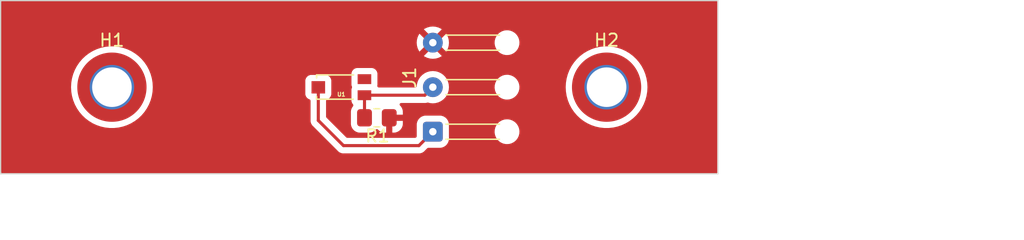
<source format=kicad_pcb>
(kicad_pcb (version 20221018) (generator pcbnew)
  (layers (0 "F.Cu" signal) (31 "B.Cu" signal) (34 "B.Paste" user) (35 "F.Paste" user) (36 "B.SilkS" user "B.Silkscreen") (37 "F.SilkS" user "F.Silkscreen") (38 "B.Mask" user) (39 "F.Mask" user) (44 "Edge.Cuts" user))
  (net 0 "")
  (net 1 "VCC")
  (net 2 "SIGNAL")
  (net 3 "GND")
  (footprint "TEMT6000:TEMT6000-SEN" (layer "F.Cu") (at 117.55 84 180)
    (fp_text reference "U1" (at -0.000003 -0.584866) (layer "F.SilkS") (effects (font (size 0.320365 0.320365) (thickness 0.080091))))
    (fp_text value "TEMT6000" hide)
    (fp_line (start 2 -0.97) (end -0.96 -0.97) (stroke (width 0.127)) (layer "F.SilkS"))
    (fp_line (start 2 -0.76) (end 2 -0.97) (stroke (width 0.127)) (layer "F.SilkS"))
    (fp_line (start 2 0.76) (end 2 0.99) (stroke (width 0.127)) (layer "F.SilkS"))
    (fp_line (start 2 0.99) (end -0.99 0.99) (stroke (width 0.127)) (layer "F.SilkS"))
    (pad "BASE" smd rect (at -1.87 0.65 180) (size 1.1 0.8) (layers "F.Cu" "F.Paste" "F.Mask"))
    (pad "COLLECTOR" smd rect (at 1.86 -0.01 180) (size 1.1 1) (layers "F.Cu" "F.Paste" "F.Mask") (net 1 "VCC"))
    (pad "EMITTER" smd rect (at -1.87 -0.65 180) (size 1.1 0.8) (layers "F.Cu" "F.Paste" "F.Mask") (net 2 "SIGNAL"))
  )
  (footprint "Resistor_SMD:R_0805_2012Metric_Pad1.20x1.40mm_HandSolder" (layer "F.Cu") (at 120.425 86.475)
    (fp_text reference "R1" (at 0.05 1.475) (layer "F.SilkS"))
    (fp_text value "R10K")
    (fp_line (start -0.227064 -0.735) (end 0.227064 -0.735) (stroke (width 0.12)) (layer "F.SilkS"))
    (fp_line (start -0.227064 0.735) (end 0.227064 0.735) (stroke (width 0.12)) (layer "F.SilkS"))
    (pad "1" smd roundrect (at -1 0) (size 1.2 1.4) (layers "F.Cu" "F.Paste" "F.Mask") (roundrect_rratio 0.2083333333) (net 2 "SIGNAL"))
    (pad "2" smd roundrect (at 1 0) (size 1.2 1.4) (layers "F.Cu" "F.Paste" "F.Mask") (roundrect_rratio 0.2083333333) (net 3 "GND"))
  )
  (footprint "MountingHole:MountingHole_3.2mm_M3_DIN965_Pad_TopOnly" (layer "F.Cu") (at 99 84)
    (fp_text reference "H1" (at 0 -3.8) (layer "F.SilkS"))
    (fp_text value "MountingHole")
    (pad "1" thru_hole circle (at 0 0) (size 3.6 3.6) (drill 3.2) (layers "*.Cu" "*.Mask"))
    (pad "1" connect circle (at 0 0) (size 5.6 5.6) (layers "F.Cu" "F.Mask"))
  )
  (footprint "Connector_Wire:SolderWire-0.1sqmm_1x03_P3.6mm_D0.4mm_OD1mm_Relief" (layer "F.Cu") (at 124.95 87.6 90)
    (fp_text reference "J1" (at 4.375 -1.875 90) (layer "F.SilkS"))
    (fp_text value "Conn_01x03_Male")
    (fp_line (start -0.61 1.06) (end -0.61 5.39) (stroke (width 0.12)) (layer "F.SilkS"))
    (fp_line (start 0.61 1.06) (end 0.61 5.39) (stroke (width 0.12)) (layer "F.SilkS"))
    (fp_line (start 2.99 1.06) (end 2.99 5.39) (stroke (width 0.12)) (layer "F.SilkS"))
    (fp_line (start 4.21 1.06) (end 4.21 5.39) (stroke (width 0.12)) (layer "F.SilkS"))
    (fp_line (start 6.59 1.06) (end 6.59 5.39) (stroke (width 0.12)) (layer "F.SilkS"))
    (fp_line (start 7.81 1.06) (end 7.81 5.39) (stroke (width 0.12)) (layer "F.SilkS"))
    (pad "" np_thru_hole circle (at 0 6 90) (size 1.5 1.5) (drill 1.5) (layers "*.Cu" "*.Mask"))
    (pad "" np_thru_hole circle (at 3.6 6 90) (size 1.5 1.5) (drill 1.5) (layers "*.Cu" "*.Mask"))
    (pad "" np_thru_hole circle (at 7.2 6 90) (size 1.5 1.5) (drill 1.5) (layers "*.Cu" "*.Mask"))
    (pad "1" thru_hole roundrect (at 0 0 90) (size 1.6 1.6) (drill 0.6) (layers "*.Cu" "*.Mask") (roundrect_rratio 0.15625) (net 1 "VCC"))
    (pad "2" thru_hole circle (at 3.6 0 90) (size 1.6 1.6) (drill 0.6) (layers "*.Cu" "*.Mask") (net 2 "SIGNAL"))
    (pad "3" thru_hole circle (at 7.2 0 90) (size 1.6 1.6) (drill 0.6) (layers "*.Cu" "*.Mask") (net 3 "GND"))
  )
  (footprint "MountingHole:MountingHole_3.2mm_M3_DIN965_Pad_TopOnly" (layer "F.Cu") (at 139 84)
    (fp_text reference "H2" (at 0 -3.8) (layer "F.SilkS"))
    (fp_text value "MountingHole")
    (pad "1" thru_hole circle (at 0 0) (size 3.6 3.6) (drill 3.2) (layers "*.Cu" "*.Mask"))
    (pad "1" connect circle (at 0 0) (size 5.6 5.6) (layers "F.Cu" "F.Mask"))
  )
  (gr_line (start 90 91) (end 90 77) (stroke (width 0.1)) (layer "Edge.Cuts"))
  (gr_line (start 148 91) (end 148 77) (stroke (width 0.1)) (layer "Edge.Cuts"))
  (gr_line (start 148 77) (end 90 77) (stroke (width 0.1)) (layer "Edge.Cuts"))
  (gr_line (start 148 91) (end 90 91) (stroke (width 0.1)) (layer "Edge.Cuts"))
  (segment (start 115.69 86.69) (end 115.69 84.01) (width 0.25) (layer "F.Cu") (net 1))
  (segment (start 117.725 88.725) (end 115.69 86.69) (width 0.25) (layer "F.Cu") (net 1))
  (segment (start 124.95 87.6) (end 123.825 88.725) (width 0.25) (layer "F.Cu") (net 1))
  (segment (start 123.825 88.725) (end 117.725 88.725) (width 0.25) (layer "F.Cu") (net 1))
  (segment (start 119.425 86.475) (end 119.425 84.655) (width 0.25) (layer "F.Cu") (net 2))
  (segment (start 119.425 84.655) (end 119.42 84.65) (width 0.25) (layer "F.Cu") (net 2))
  (segment (start 124.3 84.65) (end 119.42 84.65) (width 0.25) (layer "F.Cu") (net 2))
  (segment (start 124.95 84) (end 124.3 84.65) (width 0.25) (layer "F.Cu") (net 2))
  (zone (net 3) (net_name "GND") (layer "F.Cu") (connect_pads (clearance 0.5)) (min_thickness 0.25) (fill yes (thermal_gap 0.5) (thermal_bridge_width 0.5))
    (polygon (pts (xy 148 77) (xy 90.025 77) (xy 90.025 90.975) (xy 148 90.975)))
  )
)
</source>
